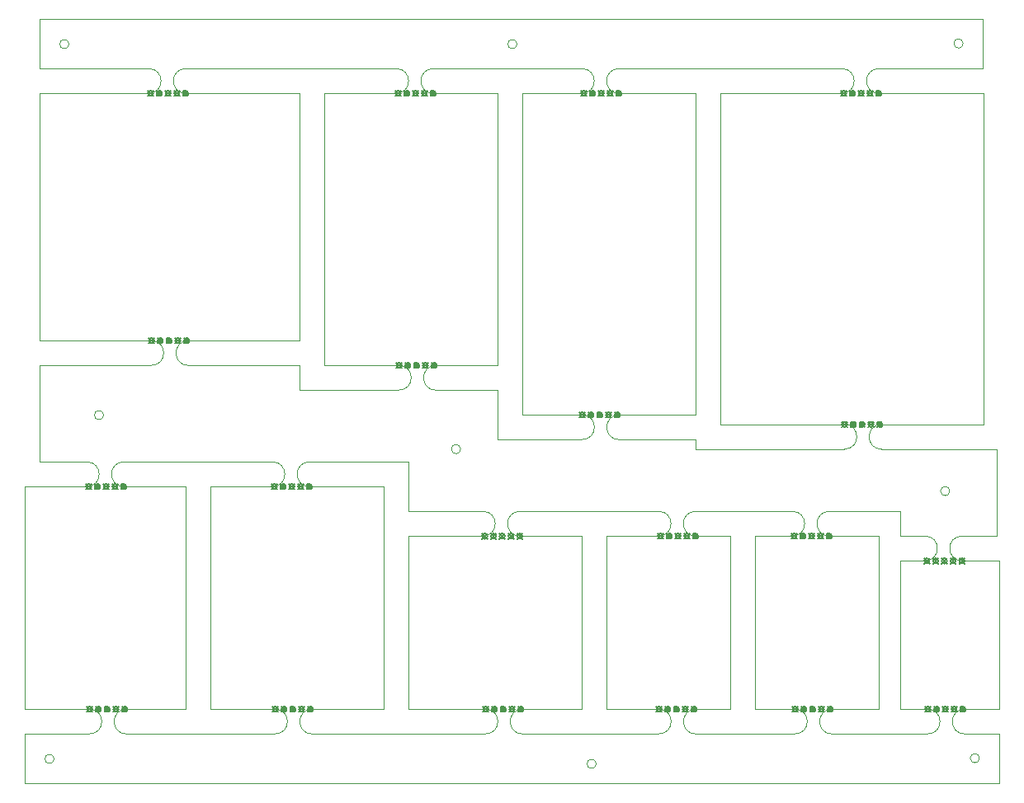
<source format=gm1>
G04 #@! TF.GenerationSoftware,KiCad,Pcbnew,(5.1.6-0-10_14)*
G04 #@! TF.CreationDate,2021-10-07T10:13:42+09:00*
G04 #@! TF.ProjectId,panel_breakouts_211007,70616e65-6c5f-4627-9265-616b6f757473,rev?*
G04 #@! TF.SameCoordinates,Original*
G04 #@! TF.FileFunction,Profile,NP*
%FSLAX46Y46*%
G04 Gerber Fmt 4.6, Leading zero omitted, Abs format (unit mm)*
G04 Created by KiCad (PCBNEW (5.1.6-0-10_14)) date 2021-10-07 10:13:42*
%MOMM*%
%LPD*%
G01*
G04 APERTURE LIST*
G04 #@! TA.AperFunction,Profile*
%ADD10C,0.100000*%
G04 #@! TD*
G04 #@! TA.AperFunction,Profile*
%ADD11C,0.200000*%
G04 #@! TD*
G04 #@! TA.AperFunction,Profile*
%ADD12C,0.101600*%
G04 #@! TD*
G04 APERTURE END LIST*
D10*
X120142000Y-92456000D02*
X108712000Y-92456000D01*
X140462000Y-94996000D02*
X134112000Y-94996000D01*
X160782000Y-100076000D02*
X152908000Y-100076000D01*
X190322000Y-101056000D02*
X179832000Y-101056000D01*
X150549000Y-135914000D02*
G75*
G03*
X150549000Y-135914000I-475000J0D01*
G01*
X142421000Y-62000000D02*
G75*
G03*
X142421000Y-62000000I-475000J0D01*
G01*
X136643000Y-103592000D02*
G75*
G03*
X136643000Y-103592000I-475000J0D01*
G01*
X188102000Y-115062000D02*
X191912000Y-115062000D01*
X174482000Y-112522000D02*
X179562000Y-112522000D01*
X160766000Y-112522000D02*
X164322000Y-112522000D01*
X142732000Y-112522000D02*
X149082000Y-112522000D01*
X128762000Y-107442000D02*
X121142000Y-107442000D01*
X102092000Y-107442000D02*
X108442000Y-107442000D01*
X181752000Y-109982000D02*
X181752000Y-112522000D01*
X131302000Y-104902000D02*
X131302000Y-109982000D01*
X160782000Y-102616000D02*
X160782000Y-103596000D01*
X140462000Y-97536000D02*
X140462000Y-102616000D01*
X184292000Y-112522000D02*
X181752000Y-112522000D01*
X181752000Y-109982000D02*
X174482000Y-109982000D01*
X170672000Y-109982000D02*
X160766000Y-109982000D01*
X156956000Y-109982000D02*
X142732000Y-109982000D01*
X138922000Y-109982000D02*
X131302000Y-109982000D01*
X131302000Y-104902000D02*
X121142000Y-104902000D01*
X117332000Y-104902000D02*
X102092000Y-104902000D01*
X176022000Y-103596000D02*
X160782000Y-103596000D01*
X160782000Y-102616000D02*
X152908000Y-102616000D01*
X149098000Y-102616000D02*
X140462000Y-102616000D01*
X140462000Y-97536000D02*
X134112000Y-97536000D01*
X130302000Y-97536000D02*
X120142000Y-97536000D01*
X120142000Y-94996000D02*
X120142000Y-97536000D01*
X120142000Y-94996000D02*
X108712000Y-94996000D01*
X191912000Y-130302000D02*
X188372000Y-130302000D01*
X179562000Y-130302000D02*
X174752000Y-130302000D01*
X174752000Y-132842000D02*
X184562000Y-132842000D01*
X164322000Y-130302000D02*
X160782000Y-130302000D01*
X160782000Y-132842000D02*
X170942000Y-132842000D01*
X149082000Y-130302000D02*
X143002000Y-130302000D01*
X143002000Y-132842000D02*
X156972000Y-132842000D01*
X121412000Y-130302000D02*
X128762000Y-130302000D01*
X121412000Y-132842000D02*
X139192000Y-132842000D01*
X108442000Y-130302000D02*
X102362000Y-130302000D01*
X102362000Y-132842000D02*
X117602000Y-132842000D01*
X179562000Y-67056000D02*
X190322000Y-67056000D01*
X143002000Y-67056000D02*
X149082000Y-67056000D01*
X122682000Y-67056000D02*
X130032000Y-67056000D01*
X93472000Y-67056000D02*
X104632000Y-67056000D01*
X152892000Y-64516000D02*
X175752000Y-64516000D01*
X133842000Y-64516000D02*
X149082000Y-64516000D01*
X108442000Y-64516000D02*
X130032000Y-64516000D01*
X91948000Y-132842000D02*
X98552000Y-132842000D01*
X94923000Y-135406000D02*
G75*
G03*
X94923000Y-135406000I-475000J0D01*
G01*
X91948000Y-137922000D02*
X91948000Y-132842000D01*
X191912000Y-132842000D02*
X188372000Y-132842000D01*
X191912000Y-132842000D02*
X191912000Y-137922000D01*
X191912000Y-137922000D02*
X91948000Y-137922000D01*
X189887000Y-135342000D02*
G75*
G03*
X189887000Y-135342000I-475000J0D01*
G01*
X191658000Y-103596000D02*
X191658000Y-112522000D01*
X191658000Y-112522000D02*
X188102000Y-112522000D01*
X186839000Y-107910000D02*
G75*
G03*
X186839000Y-107910000I-475000J0D01*
G01*
X191658000Y-103596000D02*
X179832000Y-103596000D01*
X190230000Y-59436000D02*
X190230000Y-64516000D01*
X188205000Y-61936000D02*
G75*
G03*
X188205000Y-61936000I-475000J0D01*
G01*
X190230000Y-59436000D02*
X93472000Y-59436000D01*
X190230000Y-64516000D02*
X179562000Y-64516000D01*
X93472000Y-64516000D02*
X93472000Y-59436000D01*
X96447000Y-62000000D02*
G75*
G03*
X96447000Y-62000000I-475000J0D01*
G01*
X93472000Y-64516000D02*
X104632000Y-64516000D01*
X100003000Y-100100000D02*
G75*
G03*
X100003000Y-100100000I-475000J0D01*
G01*
X93472000Y-104902000D02*
X98282000Y-104902000D01*
X93472000Y-94996000D02*
X104902000Y-94996000D01*
X93472000Y-104902000D02*
X93472000Y-94996000D01*
D11*
X187457000Y-115070000D02*
G75*
G03*
X187457000Y-115070000I-275000J0D01*
G01*
X186907000Y-114795000D02*
X187457000Y-115345000D01*
X186907000Y-115345000D02*
X187457000Y-114795000D01*
D10*
X184292000Y-112522000D02*
G75*
G02*
X184292000Y-115062000I0J-1270000D01*
G01*
D12*
X188102000Y-115062000D02*
G75*
G02*
X188102000Y-112522000I0J1270000D01*
G01*
D11*
X188357000Y-115070000D02*
G75*
G03*
X188357000Y-115070000I-275000J0D01*
G01*
X187807000Y-114795000D02*
X188357000Y-115345000D01*
X187807000Y-115345000D02*
X188357000Y-114795000D01*
X186557000Y-115070000D02*
G75*
G03*
X186557000Y-115070000I-275000J0D01*
G01*
X186007000Y-114795000D02*
X186557000Y-115345000D01*
X186007000Y-115345000D02*
X186557000Y-114795000D01*
X184757000Y-115070000D02*
G75*
G03*
X184757000Y-115070000I-275000J0D01*
G01*
X184207000Y-114795000D02*
X184757000Y-115345000D01*
X184207000Y-115345000D02*
X184757000Y-114795000D01*
X185657000Y-115070000D02*
G75*
G03*
X185657000Y-115070000I-275000J0D01*
G01*
X185107000Y-114795000D02*
X185657000Y-115345000D01*
X185107000Y-115345000D02*
X185657000Y-114795000D01*
X174737000Y-112522000D02*
G75*
G03*
X174737000Y-112522000I-275000J0D01*
G01*
X174187000Y-112247000D02*
X174737000Y-112797000D01*
X174187000Y-112797000D02*
X174737000Y-112247000D01*
D10*
X170672000Y-109982000D02*
G75*
G02*
X170672000Y-112522000I0J-1270000D01*
G01*
D12*
X174482000Y-112522000D02*
G75*
G02*
X174482000Y-109982000I0J1270000D01*
G01*
D11*
X173837000Y-112522000D02*
G75*
G03*
X173837000Y-112522000I-275000J0D01*
G01*
X173287000Y-112247000D02*
X173837000Y-112797000D01*
X173287000Y-112797000D02*
X173837000Y-112247000D01*
X171137000Y-112514000D02*
G75*
G03*
X171137000Y-112514000I-275000J0D01*
G01*
X170587000Y-112239000D02*
X171137000Y-112789000D01*
X170587000Y-112789000D02*
X171137000Y-112239000D01*
X172037000Y-112514000D02*
G75*
G03*
X172037000Y-112514000I-275000J0D01*
G01*
X171487000Y-112239000D02*
X172037000Y-112789000D01*
X171487000Y-112789000D02*
X172037000Y-112239000D01*
X172937000Y-112522000D02*
G75*
G03*
X172937000Y-112522000I-275000J0D01*
G01*
X172387000Y-112247000D02*
X172937000Y-112797000D01*
X172387000Y-112797000D02*
X172937000Y-112247000D01*
X158321000Y-112522000D02*
G75*
G03*
X158321000Y-112522000I-275000J0D01*
G01*
X157771000Y-112247000D02*
X158321000Y-112797000D01*
X157771000Y-112797000D02*
X158321000Y-112247000D01*
X159221000Y-112522000D02*
G75*
G03*
X159221000Y-112522000I-275000J0D01*
G01*
X158671000Y-112247000D02*
X159221000Y-112797000D01*
X158671000Y-112797000D02*
X159221000Y-112247000D01*
D12*
X160766000Y-112522000D02*
G75*
G02*
X160766000Y-109982000I0J1270000D01*
G01*
D10*
X156956000Y-109982000D02*
G75*
G02*
X156956000Y-112522000I0J-1270000D01*
G01*
D11*
X157421000Y-112522000D02*
G75*
G03*
X157421000Y-112522000I-275000J0D01*
G01*
X156871000Y-112247000D02*
X157421000Y-112797000D01*
X156871000Y-112797000D02*
X157421000Y-112247000D01*
X161021000Y-112522000D02*
G75*
G03*
X161021000Y-112522000I-275000J0D01*
G01*
X160471000Y-112247000D02*
X161021000Y-112797000D01*
X160471000Y-112797000D02*
X161021000Y-112247000D01*
X160121000Y-112522000D02*
G75*
G03*
X160121000Y-112522000I-275000J0D01*
G01*
X159571000Y-112247000D02*
X160121000Y-112797000D01*
X159571000Y-112797000D02*
X160121000Y-112247000D01*
X141187000Y-112530000D02*
G75*
G03*
X141187000Y-112530000I-275000J0D01*
G01*
X140637000Y-112255000D02*
X141187000Y-112805000D01*
X140637000Y-112805000D02*
X141187000Y-112255000D01*
D12*
X142732000Y-112522000D02*
G75*
G02*
X142732000Y-109982000I0J1270000D01*
G01*
D11*
X142987000Y-112530000D02*
G75*
G03*
X142987000Y-112530000I-275000J0D01*
G01*
X142437000Y-112255000D02*
X142987000Y-112805000D01*
X142437000Y-112805000D02*
X142987000Y-112255000D01*
X139387000Y-112530000D02*
G75*
G03*
X139387000Y-112530000I-275000J0D01*
G01*
X138837000Y-112255000D02*
X139387000Y-112805000D01*
X138837000Y-112805000D02*
X139387000Y-112255000D01*
X140287000Y-112530000D02*
G75*
G03*
X140287000Y-112530000I-275000J0D01*
G01*
X139737000Y-112255000D02*
X140287000Y-112805000D01*
X139737000Y-112805000D02*
X140287000Y-112255000D01*
X142087000Y-112530000D02*
G75*
G03*
X142087000Y-112530000I-275000J0D01*
G01*
X141537000Y-112255000D02*
X142087000Y-112805000D01*
X141537000Y-112805000D02*
X142087000Y-112255000D01*
D10*
X138922000Y-109982000D02*
G75*
G02*
X138922000Y-112522000I0J-1270000D01*
G01*
D12*
X121142000Y-107442000D02*
G75*
G02*
X121142000Y-104902000I0J1270000D01*
G01*
D11*
X121397000Y-107442000D02*
G75*
G03*
X121397000Y-107442000I-275000J0D01*
G01*
X120847000Y-107167000D02*
X121397000Y-107717000D01*
X120847000Y-107717000D02*
X121397000Y-107167000D01*
X117797000Y-107442000D02*
G75*
G03*
X117797000Y-107442000I-275000J0D01*
G01*
X117247000Y-107167000D02*
X117797000Y-107717000D01*
X117247000Y-107717000D02*
X117797000Y-107167000D01*
X119597000Y-107442000D02*
G75*
G03*
X119597000Y-107442000I-275000J0D01*
G01*
X119047000Y-107167000D02*
X119597000Y-107717000D01*
X119047000Y-107717000D02*
X119597000Y-107167000D01*
X118697000Y-107442000D02*
G75*
G03*
X118697000Y-107442000I-275000J0D01*
G01*
X118147000Y-107167000D02*
X118697000Y-107717000D01*
X118147000Y-107717000D02*
X118697000Y-107167000D01*
D10*
X117332000Y-104902000D02*
G75*
G02*
X117332000Y-107442000I0J-1270000D01*
G01*
D11*
X120497000Y-107442000D02*
G75*
G03*
X120497000Y-107442000I-275000J0D01*
G01*
X119947000Y-107167000D02*
X120497000Y-107717000D01*
X119947000Y-107717000D02*
X120497000Y-107167000D01*
X101447000Y-107442000D02*
G75*
G03*
X101447000Y-107442000I-275000J0D01*
G01*
X100897000Y-107167000D02*
X101447000Y-107717000D01*
X100897000Y-107717000D02*
X101447000Y-107167000D01*
X99647000Y-107442000D02*
G75*
G03*
X99647000Y-107442000I-275000J0D01*
G01*
X99097000Y-107167000D02*
X99647000Y-107717000D01*
X99097000Y-107717000D02*
X99647000Y-107167000D01*
D10*
X98282000Y-104902000D02*
G75*
G02*
X98282000Y-107442000I0J-1270000D01*
G01*
D11*
X98747000Y-107442000D02*
G75*
G03*
X98747000Y-107442000I-275000J0D01*
G01*
X98197000Y-107167000D02*
X98747000Y-107717000D01*
X98197000Y-107717000D02*
X98747000Y-107167000D01*
X100547000Y-107442000D02*
G75*
G03*
X100547000Y-107442000I-275000J0D01*
G01*
X99997000Y-107167000D02*
X100547000Y-107717000D01*
X99997000Y-107717000D02*
X100547000Y-107167000D01*
D12*
X102092000Y-107442000D02*
G75*
G02*
X102092000Y-104902000I0J1270000D01*
G01*
D11*
X102347000Y-107442000D02*
G75*
G03*
X102347000Y-107442000I-275000J0D01*
G01*
X101797000Y-107167000D02*
X102347000Y-107717000D01*
X101797000Y-107717000D02*
X102347000Y-107167000D01*
D12*
X176022000Y-101056000D02*
G75*
G02*
X176022000Y-103596000I0J-1270000D01*
G01*
D11*
X176317000Y-101056000D02*
G75*
G03*
X176317000Y-101056000I-275000J0D01*
G01*
X175767000Y-100781000D02*
X176317000Y-101331000D01*
X175767000Y-101331000D02*
X176317000Y-100781000D01*
X179917000Y-101056000D02*
G75*
G03*
X179917000Y-101056000I-275000J0D01*
G01*
X179367000Y-100781000D02*
X179917000Y-101331000D01*
X179367000Y-101331000D02*
X179917000Y-100781000D01*
X178117000Y-101056000D02*
G75*
G03*
X178117000Y-101056000I-275000J0D01*
G01*
X177567000Y-100781000D02*
X178117000Y-101331000D01*
X177567000Y-101331000D02*
X178117000Y-100781000D01*
X177217000Y-101056000D02*
G75*
G03*
X177217000Y-101056000I-275000J0D01*
G01*
X176667000Y-100781000D02*
X177217000Y-101331000D01*
X176667000Y-101331000D02*
X177217000Y-100781000D01*
D10*
X179832000Y-103596000D02*
G75*
G02*
X179832000Y-101056000I0J1270000D01*
G01*
D11*
X179017000Y-101056000D02*
G75*
G03*
X179017000Y-101056000I-275000J0D01*
G01*
X178467000Y-100781000D02*
X179017000Y-101331000D01*
X178467000Y-101331000D02*
X179017000Y-100781000D01*
X151193000Y-100076000D02*
G75*
G03*
X151193000Y-100076000I-275000J0D01*
G01*
X150643000Y-99801000D02*
X151193000Y-100351000D01*
X150643000Y-100351000D02*
X151193000Y-99801000D01*
X150293000Y-100076000D02*
G75*
G03*
X150293000Y-100076000I-275000J0D01*
G01*
X149743000Y-99801000D02*
X150293000Y-100351000D01*
X149743000Y-100351000D02*
X150293000Y-99801000D01*
X152093000Y-100076000D02*
G75*
G03*
X152093000Y-100076000I-275000J0D01*
G01*
X151543000Y-99801000D02*
X152093000Y-100351000D01*
X151543000Y-100351000D02*
X152093000Y-99801000D01*
X152993000Y-100076000D02*
G75*
G03*
X152993000Y-100076000I-275000J0D01*
G01*
X152443000Y-99801000D02*
X152993000Y-100351000D01*
X152443000Y-100351000D02*
X152993000Y-99801000D01*
X149393000Y-100076000D02*
G75*
G03*
X149393000Y-100076000I-275000J0D01*
G01*
X148843000Y-99801000D02*
X149393000Y-100351000D01*
X148843000Y-100351000D02*
X149393000Y-99801000D01*
D10*
X152908000Y-102616000D02*
G75*
G02*
X152908000Y-100076000I0J1270000D01*
G01*
D12*
X149098000Y-100076000D02*
G75*
G02*
X149098000Y-102616000I0J-1270000D01*
G01*
D11*
X106997000Y-92456000D02*
G75*
G03*
X106997000Y-92456000I-275000J0D01*
G01*
X106447000Y-92181000D02*
X106997000Y-92731000D01*
X106447000Y-92731000D02*
X106997000Y-92181000D01*
X105197000Y-92456000D02*
G75*
G03*
X105197000Y-92456000I-275000J0D01*
G01*
X104647000Y-92181000D02*
X105197000Y-92731000D01*
X104647000Y-92731000D02*
X105197000Y-92181000D01*
X106097000Y-92456000D02*
G75*
G03*
X106097000Y-92456000I-275000J0D01*
G01*
X105547000Y-92181000D02*
X106097000Y-92731000D01*
X105547000Y-92731000D02*
X106097000Y-92181000D01*
X107897000Y-92456000D02*
G75*
G03*
X107897000Y-92456000I-275000J0D01*
G01*
X107347000Y-92181000D02*
X107897000Y-92731000D01*
X107347000Y-92731000D02*
X107897000Y-92181000D01*
X108797000Y-92456000D02*
G75*
G03*
X108797000Y-92456000I-275000J0D01*
G01*
X108247000Y-92181000D02*
X108797000Y-92731000D01*
X108247000Y-92731000D02*
X108797000Y-92181000D01*
D10*
X108712000Y-94996000D02*
G75*
G02*
X108712000Y-92456000I0J1270000D01*
G01*
D12*
X104902000Y-92456000D02*
G75*
G02*
X104902000Y-94996000I0J-1270000D01*
G01*
D11*
X133297000Y-94996000D02*
G75*
G03*
X133297000Y-94996000I-275000J0D01*
G01*
X132747000Y-94721000D02*
X133297000Y-95271000D01*
X132747000Y-95271000D02*
X133297000Y-94721000D01*
X132397000Y-94996000D02*
G75*
G03*
X132397000Y-94996000I-275000J0D01*
G01*
X131847000Y-94721000D02*
X132397000Y-95271000D01*
X131847000Y-95271000D02*
X132397000Y-94721000D01*
X131497000Y-94996000D02*
G75*
G03*
X131497000Y-94996000I-275000J0D01*
G01*
X130947000Y-94721000D02*
X131497000Y-95271000D01*
X130947000Y-95271000D02*
X131497000Y-94721000D01*
X130597000Y-94996000D02*
G75*
G03*
X130597000Y-94996000I-275000J0D01*
G01*
X130047000Y-94721000D02*
X130597000Y-95271000D01*
X130047000Y-95271000D02*
X130597000Y-94721000D01*
X134197000Y-94996000D02*
G75*
G03*
X134197000Y-94996000I-275000J0D01*
G01*
X133647000Y-94721000D02*
X134197000Y-95271000D01*
X133647000Y-95271000D02*
X134197000Y-94721000D01*
D10*
X134112000Y-97536000D02*
G75*
G02*
X134112000Y-94996000I0J1270000D01*
G01*
D12*
X130302000Y-94996000D02*
G75*
G02*
X130302000Y-97536000I0J-1270000D01*
G01*
D10*
X102362000Y-132842000D02*
G75*
G02*
X102362000Y-130302000I0J1270000D01*
G01*
D12*
X98552000Y-130302000D02*
G75*
G02*
X98552000Y-132842000I0J-1270000D01*
G01*
D11*
X101547000Y-130302000D02*
G75*
G03*
X101547000Y-130302000I-275000J0D01*
G01*
X100997000Y-130027000D02*
X101547000Y-130577000D01*
X100997000Y-130577000D02*
X101547000Y-130027000D01*
X99747000Y-130302000D02*
G75*
G03*
X99747000Y-130302000I-275000J0D01*
G01*
X99197000Y-130027000D02*
X99747000Y-130577000D01*
X99197000Y-130577000D02*
X99747000Y-130027000D01*
X98847000Y-130302000D02*
G75*
G03*
X98847000Y-130302000I-275000J0D01*
G01*
X98297000Y-130027000D02*
X98847000Y-130577000D01*
X98297000Y-130577000D02*
X98847000Y-130027000D01*
X100647000Y-130302000D02*
G75*
G03*
X100647000Y-130302000I-275000J0D01*
G01*
X100097000Y-130027000D02*
X100647000Y-130577000D01*
X100097000Y-130577000D02*
X100647000Y-130027000D01*
X102447000Y-130302000D02*
G75*
G03*
X102447000Y-130302000I-275000J0D01*
G01*
X101897000Y-130027000D02*
X102447000Y-130577000D01*
X101897000Y-130577000D02*
X102447000Y-130027000D01*
X120597000Y-130302000D02*
G75*
G03*
X120597000Y-130302000I-275000J0D01*
G01*
X120047000Y-130027000D02*
X120597000Y-130577000D01*
X120047000Y-130577000D02*
X120597000Y-130027000D01*
X119697000Y-130302000D02*
G75*
G03*
X119697000Y-130302000I-275000J0D01*
G01*
X119147000Y-130027000D02*
X119697000Y-130577000D01*
X119147000Y-130577000D02*
X119697000Y-130027000D01*
D10*
X121412000Y-132842000D02*
G75*
G02*
X121412000Y-130302000I0J1270000D01*
G01*
D12*
X117602000Y-130302000D02*
G75*
G02*
X117602000Y-132842000I0J-1270000D01*
G01*
D11*
X121497000Y-130302000D02*
G75*
G03*
X121497000Y-130302000I-275000J0D01*
G01*
X120947000Y-130027000D02*
X121497000Y-130577000D01*
X120947000Y-130577000D02*
X121497000Y-130027000D01*
X117897000Y-130302000D02*
G75*
G03*
X117897000Y-130302000I-275000J0D01*
G01*
X117347000Y-130027000D02*
X117897000Y-130577000D01*
X117347000Y-130577000D02*
X117897000Y-130027000D01*
X118797000Y-130302000D02*
G75*
G03*
X118797000Y-130302000I-275000J0D01*
G01*
X118247000Y-130027000D02*
X118797000Y-130577000D01*
X118247000Y-130577000D02*
X118797000Y-130027000D01*
D10*
X143002000Y-132842000D02*
G75*
G02*
X143002000Y-130302000I0J1270000D01*
G01*
D12*
X139192000Y-130302000D02*
G75*
G02*
X139192000Y-132842000I0J-1270000D01*
G01*
D11*
X142187000Y-130302000D02*
G75*
G03*
X142187000Y-130302000I-275000J0D01*
G01*
X141637000Y-130027000D02*
X142187000Y-130577000D01*
X141637000Y-130577000D02*
X142187000Y-130027000D01*
X141287000Y-130302000D02*
G75*
G03*
X141287000Y-130302000I-275000J0D01*
G01*
X140737000Y-130027000D02*
X141287000Y-130577000D01*
X140737000Y-130577000D02*
X141287000Y-130027000D01*
X140387000Y-130302000D02*
G75*
G03*
X140387000Y-130302000I-275000J0D01*
G01*
X139837000Y-130027000D02*
X140387000Y-130577000D01*
X139837000Y-130577000D02*
X140387000Y-130027000D01*
X139487000Y-130302000D02*
G75*
G03*
X139487000Y-130302000I-275000J0D01*
G01*
X138937000Y-130027000D02*
X139487000Y-130577000D01*
X138937000Y-130577000D02*
X139487000Y-130027000D01*
X143087000Y-130302000D02*
G75*
G03*
X143087000Y-130302000I-275000J0D01*
G01*
X142537000Y-130027000D02*
X143087000Y-130577000D01*
X142537000Y-130577000D02*
X143087000Y-130027000D01*
X159067000Y-130302000D02*
G75*
G03*
X159067000Y-130302000I-275000J0D01*
G01*
X158517000Y-130027000D02*
X159067000Y-130577000D01*
X158517000Y-130577000D02*
X159067000Y-130027000D01*
X159967000Y-130302000D02*
G75*
G03*
X159967000Y-130302000I-275000J0D01*
G01*
X159417000Y-130027000D02*
X159967000Y-130577000D01*
X159417000Y-130577000D02*
X159967000Y-130027000D01*
X157267000Y-130302000D02*
G75*
G03*
X157267000Y-130302000I-275000J0D01*
G01*
X156717000Y-130027000D02*
X157267000Y-130577000D01*
X156717000Y-130577000D02*
X157267000Y-130027000D01*
X158167000Y-130302000D02*
G75*
G03*
X158167000Y-130302000I-275000J0D01*
G01*
X157617000Y-130027000D02*
X158167000Y-130577000D01*
X157617000Y-130577000D02*
X158167000Y-130027000D01*
X160867000Y-130302000D02*
G75*
G03*
X160867000Y-130302000I-275000J0D01*
G01*
X160317000Y-130027000D02*
X160867000Y-130577000D01*
X160317000Y-130577000D02*
X160867000Y-130027000D01*
D10*
X160782000Y-132842000D02*
G75*
G02*
X160782000Y-130302000I0J1270000D01*
G01*
D12*
X156972000Y-130302000D02*
G75*
G02*
X156972000Y-132842000I0J-1270000D01*
G01*
D10*
X174752000Y-132842000D02*
G75*
G02*
X174752000Y-130302000I0J1270000D01*
G01*
D12*
X170942000Y-130302000D02*
G75*
G02*
X170942000Y-132842000I0J-1270000D01*
G01*
D11*
X173037000Y-130302000D02*
G75*
G03*
X173037000Y-130302000I-275000J0D01*
G01*
X172487000Y-130027000D02*
X173037000Y-130577000D01*
X172487000Y-130577000D02*
X173037000Y-130027000D01*
X171237000Y-130302000D02*
G75*
G03*
X171237000Y-130302000I-275000J0D01*
G01*
X170687000Y-130027000D02*
X171237000Y-130577000D01*
X170687000Y-130577000D02*
X171237000Y-130027000D01*
X173937000Y-130302000D02*
G75*
G03*
X173937000Y-130302000I-275000J0D01*
G01*
X173387000Y-130027000D02*
X173937000Y-130577000D01*
X173387000Y-130577000D02*
X173937000Y-130027000D01*
X174837000Y-130302000D02*
G75*
G03*
X174837000Y-130302000I-275000J0D01*
G01*
X174287000Y-130027000D02*
X174837000Y-130577000D01*
X174287000Y-130577000D02*
X174837000Y-130027000D01*
X172137000Y-130302000D02*
G75*
G03*
X172137000Y-130302000I-275000J0D01*
G01*
X171587000Y-130027000D02*
X172137000Y-130577000D01*
X171587000Y-130577000D02*
X172137000Y-130027000D01*
X187557000Y-130302000D02*
G75*
G03*
X187557000Y-130302000I-275000J0D01*
G01*
X187007000Y-130027000D02*
X187557000Y-130577000D01*
X187007000Y-130577000D02*
X187557000Y-130027000D01*
X184857000Y-130302000D02*
G75*
G03*
X184857000Y-130302000I-275000J0D01*
G01*
X184307000Y-130027000D02*
X184857000Y-130577000D01*
X184307000Y-130577000D02*
X184857000Y-130027000D01*
X188457000Y-130302000D02*
G75*
G03*
X188457000Y-130302000I-275000J0D01*
G01*
X187907000Y-130027000D02*
X188457000Y-130577000D01*
X187907000Y-130577000D02*
X188457000Y-130027000D01*
X186657000Y-130302000D02*
G75*
G03*
X186657000Y-130302000I-275000J0D01*
G01*
X186107000Y-130027000D02*
X186657000Y-130577000D01*
X186107000Y-130577000D02*
X186657000Y-130027000D01*
X185757000Y-130302000D02*
G75*
G03*
X185757000Y-130302000I-275000J0D01*
G01*
X185207000Y-130027000D02*
X185757000Y-130577000D01*
X185207000Y-130577000D02*
X185757000Y-130027000D01*
D10*
X188372000Y-132842000D02*
G75*
G02*
X188372000Y-130302000I0J1270000D01*
G01*
D12*
X184562000Y-130302000D02*
G75*
G02*
X184562000Y-132842000I0J-1270000D01*
G01*
D10*
X175752000Y-64516000D02*
G75*
G02*
X175752000Y-67056000I0J-1270000D01*
G01*
D12*
X179562000Y-67056000D02*
G75*
G02*
X179562000Y-64516000I0J1270000D01*
G01*
D11*
X178917000Y-67056000D02*
G75*
G03*
X178917000Y-67056000I-275000J0D01*
G01*
X178367000Y-66781000D02*
X178917000Y-67331000D01*
X178367000Y-67331000D02*
X178917000Y-66781000D01*
X176217000Y-67056000D02*
G75*
G03*
X176217000Y-67056000I-275000J0D01*
G01*
X175667000Y-66781000D02*
X176217000Y-67331000D01*
X175667000Y-67331000D02*
X176217000Y-66781000D01*
X179817000Y-67056000D02*
G75*
G03*
X179817000Y-67056000I-275000J0D01*
G01*
X179267000Y-66781000D02*
X179817000Y-67331000D01*
X179267000Y-67331000D02*
X179817000Y-66781000D01*
X177117000Y-67056000D02*
G75*
G03*
X177117000Y-67056000I-275000J0D01*
G01*
X176567000Y-66781000D02*
X177117000Y-67331000D01*
X176567000Y-67331000D02*
X177117000Y-66781000D01*
X178017000Y-67056000D02*
G75*
G03*
X178017000Y-67056000I-275000J0D01*
G01*
X177467000Y-66781000D02*
X178017000Y-67331000D01*
X177467000Y-67331000D02*
X178017000Y-66781000D01*
D10*
X149082000Y-64516000D02*
G75*
G02*
X149082000Y-67056000I0J-1270000D01*
G01*
D12*
X152892000Y-67056000D02*
G75*
G02*
X152892000Y-64516000I0J1270000D01*
G01*
D11*
X150447000Y-67056000D02*
G75*
G03*
X150447000Y-67056000I-275000J0D01*
G01*
X149897000Y-66781000D02*
X150447000Y-67331000D01*
X149897000Y-67331000D02*
X150447000Y-66781000D01*
X153147000Y-67056000D02*
G75*
G03*
X153147000Y-67056000I-275000J0D01*
G01*
X152597000Y-66781000D02*
X153147000Y-67331000D01*
X152597000Y-67331000D02*
X153147000Y-66781000D01*
X149547000Y-67056000D02*
G75*
G03*
X149547000Y-67056000I-275000J0D01*
G01*
X148997000Y-66781000D02*
X149547000Y-67331000D01*
X148997000Y-67331000D02*
X149547000Y-66781000D01*
X151347000Y-67056000D02*
G75*
G03*
X151347000Y-67056000I-275000J0D01*
G01*
X150797000Y-66781000D02*
X151347000Y-67331000D01*
X150797000Y-67331000D02*
X151347000Y-66781000D01*
X152247000Y-67056000D02*
G75*
G03*
X152247000Y-67056000I-275000J0D01*
G01*
X151697000Y-66781000D02*
X152247000Y-67331000D01*
X151697000Y-67331000D02*
X152247000Y-66781000D01*
D12*
X133842000Y-67056000D02*
G75*
G02*
X133842000Y-64516000I0J1270000D01*
G01*
D10*
X130032000Y-64516000D02*
G75*
G02*
X130032000Y-67056000I0J-1270000D01*
G01*
D11*
X134097000Y-67056000D02*
G75*
G03*
X134097000Y-67056000I-275000J0D01*
G01*
X133547000Y-66781000D02*
X134097000Y-67331000D01*
X133547000Y-67331000D02*
X134097000Y-66781000D01*
X131397000Y-67056000D02*
G75*
G03*
X131397000Y-67056000I-275000J0D01*
G01*
X130847000Y-66781000D02*
X131397000Y-67331000D01*
X130847000Y-67331000D02*
X131397000Y-66781000D01*
X133197000Y-67056000D02*
G75*
G03*
X133197000Y-67056000I-275000J0D01*
G01*
X132647000Y-66781000D02*
X133197000Y-67331000D01*
X132647000Y-67331000D02*
X133197000Y-66781000D01*
X130497000Y-67056000D02*
G75*
G03*
X130497000Y-67056000I-275000J0D01*
G01*
X129947000Y-66781000D02*
X130497000Y-67331000D01*
X129947000Y-67331000D02*
X130497000Y-66781000D01*
X132297000Y-67056000D02*
G75*
G03*
X132297000Y-67056000I-275000J0D01*
G01*
X131747000Y-66781000D02*
X132297000Y-67331000D01*
X131747000Y-67331000D02*
X132297000Y-66781000D01*
D12*
X108442000Y-67056000D02*
G75*
G02*
X108442000Y-64516000I0J1270000D01*
G01*
D10*
X104632000Y-64516000D02*
G75*
G02*
X104632000Y-67056000I0J-1270000D01*
G01*
D11*
X107797000Y-67056000D02*
G75*
G03*
X107797000Y-67056000I-275000J0D01*
G01*
X107247000Y-66781000D02*
X107797000Y-67331000D01*
X107247000Y-67331000D02*
X107797000Y-66781000D01*
X105997000Y-67056000D02*
G75*
G03*
X105997000Y-67056000I-275000J0D01*
G01*
X105447000Y-66781000D02*
X105997000Y-67331000D01*
X105447000Y-67331000D02*
X105997000Y-66781000D01*
X106897000Y-67056000D02*
G75*
G03*
X106897000Y-67056000I-275000J0D01*
G01*
X106347000Y-66781000D02*
X106897000Y-67331000D01*
X106347000Y-67331000D02*
X106897000Y-66781000D01*
X105097000Y-67056000D02*
G75*
G03*
X105097000Y-67056000I-275000J0D01*
G01*
X104547000Y-66781000D02*
X105097000Y-67331000D01*
X104547000Y-67331000D02*
X105097000Y-66781000D01*
X108697000Y-67056000D02*
G75*
G03*
X108697000Y-67056000I-275000J0D01*
G01*
X108147000Y-66781000D02*
X108697000Y-67331000D01*
X108147000Y-67331000D02*
X108697000Y-66781000D01*
D10*
X149082000Y-112522000D02*
X149082000Y-130302000D01*
X131302000Y-112522000D02*
X138922000Y-112522000D01*
X131302000Y-130302000D02*
X131302000Y-112522000D01*
X139192000Y-130302000D02*
X131302000Y-130302000D01*
X191912000Y-130302000D02*
X191912000Y-115062000D01*
X181752000Y-115062000D02*
X184292000Y-115062000D01*
X181752000Y-130302000D02*
X181752000Y-115062000D01*
X184562000Y-130302000D02*
X181752000Y-130302000D01*
X151622000Y-130302000D02*
X151622000Y-112522000D01*
X156972000Y-130302000D02*
X151622000Y-130302000D01*
X164322000Y-112522000D02*
X164322000Y-130302000D01*
X151622000Y-112522000D02*
X156956000Y-112522000D01*
X166862000Y-130302000D02*
X166862000Y-112522000D01*
X170942000Y-130302000D02*
X166862000Y-130302000D01*
X179562000Y-112522000D02*
X179562000Y-130302000D01*
X166862000Y-112522000D02*
X170672000Y-112522000D01*
X143002000Y-100076000D02*
X143002000Y-67056000D01*
X149098000Y-100076000D02*
X143002000Y-100076000D01*
X160782000Y-67056000D02*
X160782000Y-100076000D01*
X152892000Y-67056000D02*
X160782000Y-67056000D01*
X128762000Y-107442000D02*
X128762000Y-130302000D01*
X110982000Y-130302000D02*
X117602000Y-130302000D01*
X110982000Y-130302000D02*
X110982000Y-107442000D01*
X117332000Y-107442000D02*
X110982000Y-107442000D01*
X122682000Y-94996000D02*
X122682000Y-67056000D01*
X130302000Y-94996000D02*
X122682000Y-94996000D01*
X140462000Y-67056000D02*
X140462000Y-94996000D01*
X133842000Y-67056000D02*
X140462000Y-67056000D01*
X91932000Y-107442000D02*
X98282000Y-107442000D01*
X91932000Y-130302000D02*
X91932000Y-107442000D01*
X98552000Y-130302000D02*
X91932000Y-130302000D01*
X108442000Y-107442000D02*
X108442000Y-130302000D01*
X93472000Y-92456000D02*
X93472000Y-67056000D01*
X104902000Y-92456000D02*
X93472000Y-92456000D01*
X120142000Y-67056000D02*
X120142000Y-92456000D01*
X108442000Y-67056000D02*
X120142000Y-67056000D01*
X163322000Y-101056000D02*
X163322000Y-67056000D01*
X176022000Y-101056000D02*
X163322000Y-101056000D01*
X190322000Y-67056000D02*
X190322000Y-101056000D01*
X163322000Y-67056000D02*
X175752000Y-67056000D01*
M02*

</source>
